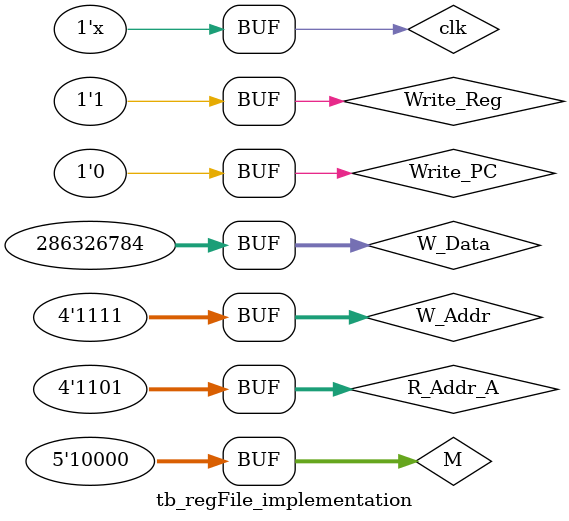
<source format=v>
`timescale 1ns / 1ps

module tb_regFile_implementation();
//  INPUT
    reg clk = 0;
    reg Rst;
    reg [4:0] M; // from CPSR
//  Read Addr
    reg [3:0] R_Addr_A, R_Addr_B, R_Addr_C;
//  Write Addr
    reg [3:0] W_Addr;
//  Write Data
    reg [31:0] W_Data, PC_New;
//  Enable
    reg Write_Reg, Write_PC;
//  OUTPUT
    wire [31:0] R_Data_A, R_Data_B, R_Data_C, R_Data_PC;
    wire err1, err2;
    
    always #1 clk = ~clk;
    initial begin

    M = 5'b10000; // right   
    Write_Reg = 1;
    W_Addr = 14;
    W_Data = 32'h11110000;
    #25

    M = 5'b11010;   //hyp write -> R14
    Write_Reg = 1;
    W_Addr = 14;
    W_Data = 32'h11110110;
    #25

    M = 5'b11010;   // right
    Write_Reg = 1;
    W_Addr = 13;
    W_Data = 32'h11110110;
    #25

    M = 5'b11010;   //hyp read -> R14
    R_Addr_A = 14;
    #25

    M = 5'b11010;   //right
    R_Addr_A = 13;
    #25

    M = 5'b01010; // wrong state write -> R14
    Write_Reg = 1;
    W_Addr = 14;
    W_Data = 32'h11110000;
    #25

    M = 5'b10000; // right   
    Write_Reg = 1;
    W_Addr = 14;
    W_Data = 32'h11110000;
    #25

    M = 5'b01010; // wrong state write -> PC
    Write_PC = 1;
    W_Data = 32'h11110000;
    #25

    M = 5'b10000; // right   
    Write_Reg = 1;
    W_Addr = 14;
    W_Data = 32'h11110000;
    #25

    M = 5'b10000; // usr write -> 15 without Write_PC
    Write_PC = 0;
    W_Addr = 15;
    W_Data = 32'h11110000;

    end

    regFile regFile_Instance(
    //  INPUT
        .clk(clk),
        .Rst(Rst),
        .M(M), // from CPSR
    //  Read Addr
        .R_Addr_A(R_Addr_A),
        .R_Addr_B(R_Addr_B),
        .R_Addr_C(R_Addr_C),
    //  Write Addr
        .W_Addr(W_Addr),
    //  Write Data
        .W_Data(W_Data),
        .PC_New(PC_New),
        .Write_PC(Write_PC),
        .Write_Reg(Write_Reg),
    //  OUTPUT
        .R_Data_A(R_Data_A),
        .R_Data_B(R_Data_B),
        .R_Data_C(R_Data_C),
        .R_Data_PC(R_Data_PC),
        .err1(err1),
        .err2(err2)
    );
endmodule

</source>
